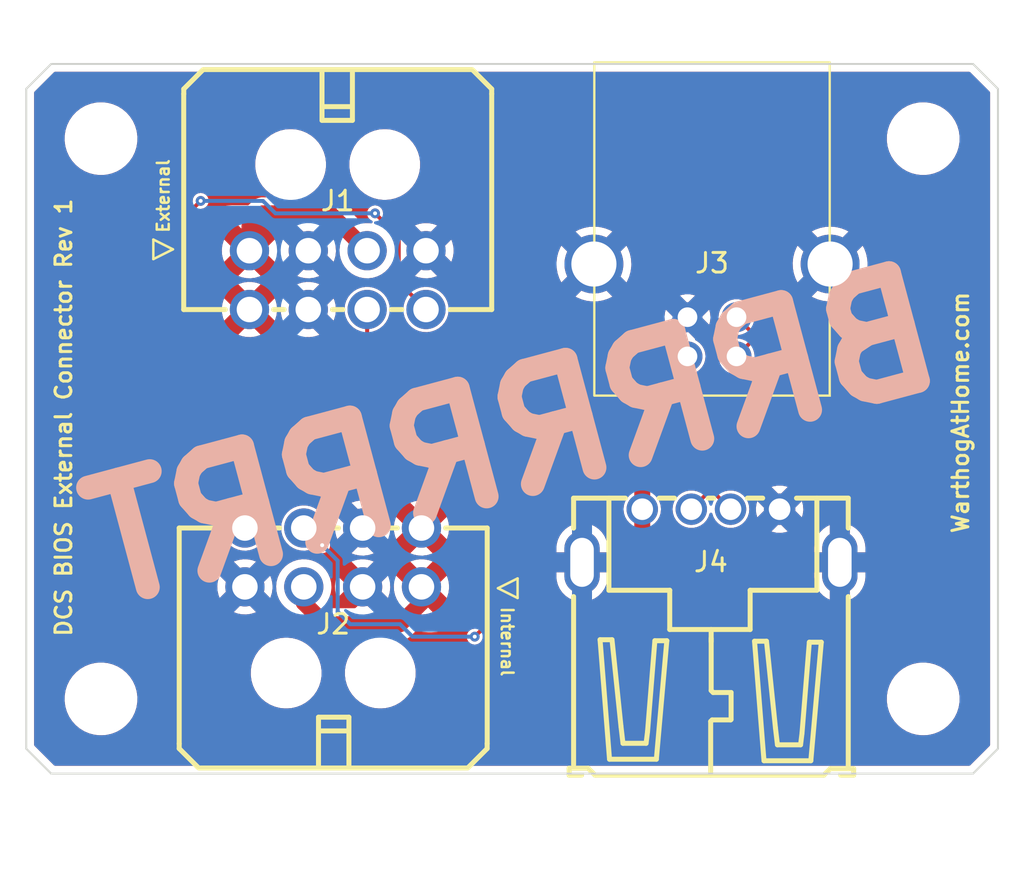
<source format=kicad_pcb>
(kicad_pcb (version 20211014) (generator pcbnew)
  (layers (0 "F.Cu" signal) (31 "B.Cu" signal) (34 "B.Paste" user) (35 "F.Paste" user) (36 "B.SilkS" user "B.Silkscreen") (37 "F.SilkS" user "F.Silkscreen") (38 "B.Mask" user) (39 "F.Mask" user) (44 "Edge.Cuts" user))
  (net 0 "")
  (net 1 "+12V")
  (net 2 "GND")
  (net 3 "RS485-")
  (net 4 "RS485+")
  (net 5 "VBUS")
  (net 6 "D-")
  (net 7 "D+")
  (footprint "MountingHole:MountingHole_3.2mm_M3" (layer "F.Cu") (at 211.455 123.19)
    (fp_text reference "H4" hide)
    (fp_text value "MountingHole")
    (pad "" np_thru_hole circle (at 0 0) (size 3.2 3.2) (drill 3.2) (layers *.Cu *.Mask))
  )
  (footprint "A10 KiCad Libraries:USB-A-TH_USB-302-T" (layer "F.Cu") (at 200.66 120.015)
    (fp_text reference "J4" (at -0.025413 -3.81) (layer "F.SilkS"))
    (fp_text value "USB_A")
    (fp_line (start -7.251727 7.065519) (end -6.616726 7.065519) (layer "F.SilkS") (width 0.254001))
    (fp_line (start 5.374613 -2.365519) (end 5.374613 -7.065519) (layer "F.SilkS") (width 0.254001))
    (fp_line (start 6.057874 6.735293) (end 7.251727 6.735293) (layer "F.SilkS") (width 0.254001))
    (fp_line (start -5.930925 7.065519) (end 5.727724 7.065519) (layer "F.SilkS") (width 0.254001))
    (fp_line (start 6.974613 -2.044107) (end 6.974613 6.735293) (layer "F.SilkS") (width 0.254001))
    (fp_line (start -2.125413 -2.365519) (end -2.125413 -0.365519) (layer "F.SilkS") (width 0.254001))
    (fp_line (start -7.251727 6.709893) (end -6.286525 6.709893) (layer "F.SilkS") (width 0.254001))
    (fp_line (start -7.025438 -5.536106) (end -7.025438 -7.065519) (layer "F.SilkS") (width 0.254001))
    (fp_line (start 1.974587 -2.365519) (end 5.374613 -2.365519) (layer "F.SilkS") (width 0.254001))
    (fp_line (start 3.365494 5.516091) (end 3.263868 4.652515) (layer "F.SilkS") (width 0.254001))
    (fp_line (start 5.067297 6.328893) (end 5.600724 0.283655) (layer "F.SilkS") (width 0.254001))
    (fp_line (start 0.977864 4.246088) (end 0.038087 4.246088) (layer "F.SilkS") (width 0.254001))
    (fp_line (start -6.286525 6.709893) (end -5.930925 7.065519) (layer "F.SilkS") (width 0.254001))
    (fp_line (start -2.882918 0.207506) (end -3.256299 4.845555) (layer "F.SilkS") (width 0.254001))
    (fp_line (start -4.508522 5.439891) (end -4.610147 4.576289) (layer "F.SilkS") (width 0.254001))
    (fp_line (start -3.256299 4.845555) (end -3.329985 5.439891) (layer "F.SilkS") (width 0.254001))
    (fp_line (start -2.806718 6.252667) (end -2.273292 0.207506) (layer "F.SilkS") (width 0.254001))
    (fp_line (start -7.025438 -7.065519) (end -4.386982 -7.065519) (layer "F.SilkS") (width 0.254001))
    (fp_line (start -0.012713 0.261532) (end -0.012713 -0.365519) (layer "F.SilkS") (width 0.254001))
    (fp_line (start -5.067297 0.156655) (end -5.676924 0.156655) (layer "F.SilkS") (width 0.254001))
    (fp_line (start -5.676924 0.156655) (end -5.194298 6.252667) (layer "F.SilkS") (width 0.254001))
    (fp_line (start 1.974587 -0.365519) (end 1.974587 -2.365519) (layer "F.SilkS") (width 0.254001))
    (fp_line (start 5.727724 7.065519) (end 6.057874 6.735293) (layer "F.SilkS") (width 0.254001))
    (fp_line (start -0.012713 2.747511) (end 0.088862 2.849086) (layer "F.SilkS") (width 0.254001))
    (fp_line (start 1.003289 2.849086) (end 1.003289 4.220663) (layer "F.SilkS") (width 0.254001))
    (fp_line (start 4.336411 -7.065519) (end 6.974613 -7.065519) (layer "F.SilkS") (width 0.254001))
    (fp_line (start -7.249187 7.065519) (end -7.251727 6.709893) (layer "F.SilkS") (width 0.254001))
    (fp_line (start 2.679718 6.328893) (end 5.067297 6.328893) (layer "F.SilkS") (width 0.254001))
    (fp_line (start 0.038087 4.246088) (end -0.038138 4.322289) (layer "F.SilkS") (width 0.254001))
    (fp_line (start 0.088862 2.849086) (end 1.003289 2.849086) (layer "F.SilkS") (width 0.254001))
    (fp_line (start -5.225438 -7.065519) (end -5.225438 -2.365519) (layer "F.SilkS") (width 0.254001))
    (fp_line (start 1.003289 4.220663) (end 0.977864 4.246088) (layer "F.SilkS") (width 0.254001))
    (fp_line (start 4.991097 0.283655) (end 4.617717 4.921704) (layer "F.SilkS") (width 0.254001))
    (fp_line (start -0.038138 4.322289) (end -0.038138 7.065519) (layer "F.SilkS") (width 0.254001))
    (fp_line (start 5.600724 0.283655) (end 4.991097 0.283655) (layer "F.SilkS") (width 0.254001))
    (fp_line (start -0.012713 0.080505) (end -0.012713 2.747511) (layer "F.SilkS") (width 0.254001))
    (fp_line (start 2.197092 0.23288) (end 2.679718 6.328893) (layer "F.SilkS") (width 0.254001))
    (fp_line (start -5.194298 6.252667) (end -2.806718 6.252667) (layer "F.SilkS") (width 0.254001))
    (fp_line (start -0.163716 -7.065519) (end 0.112891 -7.065519) (layer "F.SilkS") (width 0.254001))
    (fp_line (start 3.263868 4.652515) (end 2.806718 0.23288) (layer "F.SilkS") (width 0.254001))
    (fp_line (start 7.251727 7.065519) (end 6.5913 7.065519) (layer "F.SilkS") (width 0.254001))
    (fp_line (start 6.974613 -7.065519) (end 6.974613 -5.536106) (layer "F.SilkS") (width 0.254001))
    (fp_line (start -4.610147 4.576289) (end -5.067297 0.156655) (layer "F.SilkS") (width 0.254001))
    (fp_line (start -2.125413 -0.365519) (end 1.974587 -0.365519) (layer "F.SilkS") (width 0.254001))
    (fp_line (start 1.836284 -7.065519) (end 2.613018 -7.065519) (layer "F.SilkS") (width 0.254001))
    (fp_line (start -2.663589 -7.065519) (end -1.887109 -7.065519) (layer "F.SilkS") (width 0.254001))
    (fp_line (start 4.544031 5.516091) (end 3.365494 5.516091) (layer "F.SilkS") (width 0.254001))
    (fp_line (start 7.251727 6.735293) (end 7.251727 7.065519) (layer "F.SilkS") (width 0.254001))
    (fp_line (start 4.617717 4.921704) (end 4.544031 5.516091) (layer "F.SilkS") (width 0.254001))
    (fp_line (start -7.025438 6.534506) (end -7.025438 -2.044107) (layer "F.SilkS") (width 0.254001))
    (fp_line (start -5.225438 -2.365519) (end -2.125413 -2.365519) (layer "F.SilkS") (width 0.254001))
    (fp_line (start -2.273292 0.207506) (end -2.882918 0.207506) (layer "F.SilkS") (width 0.254001))
    (fp_line (start 2.806718 0.23288) (end 2.197092 0.23288) (layer "F.SilkS") (width 0.254001))
    (fp_line (start -3.329985 5.439891) (end -4.508522 5.439891) (layer "F.SilkS") (width 0.254001))
    (fp_circle (center -7.062751 -7.025565) (end -7.032779 -7.025565) (layer "F.SilkS") (width 0.059995) (fill none))
    (pad "1" thru_hole circle (at -3.525286 -6.500038) (size 1.6 1.6) (drill 1.100025) (layers *.Cu *.Mask) (net 5 "VBUS"))
    (pad "2" thru_hole circle (at -1.025413 -6.500038) (size 1.6 1.6) (drill 1.100025) (layers *.Cu *.Mask) (net 6 "D-"))
    (pad "3" thru_hole circle (at 0.974587 -6.500038) (size 1.6 1.6) (drill 1.100025) (layers *.Cu *.Mask) (net 7 "D+"))
    (pad "4" thru_hole circle (at 3.474714 -6.500038) (size 1.6 1.6) (drill 1.100025) (layers *.Cu *.Mask) (net 2 "GND"))
    (pad "5" thru_hole oval (at -6.59539 -3.790107 90) (size 3.2 1.8) (drill oval 2.499873 1.199898) (layers *.Cu *.Mask) (net 2 "GND"))
    (pad "5" thru_hole oval (at 6.544564 -3.790107 270) (size 3.2 1.8) (drill oval 2.499873 1.199898) (layers *.Cu *.Mask) (net 2 "GND"))
  )
  (footprint "MountingHole:MountingHole_3.2mm_M3" (layer "F.Cu") (at 211.455 94.615)
    (fp_text reference "H2" hide)
    (fp_text value "MountingHole")
    (pad "" np_thru_hole circle (at 0 0) (size 3.2 3.2) (drill 3.2) (layers *.Cu *.Mask))
  )
  (footprint "MountingHole:MountingHole_3.2mm_M3" (layer "F.Cu") (at 169.545 94.615)
    (fp_text reference "H1" hide)
    (fp_text value "MountingHole")
    (pad "" np_thru_hole circle (at 0 0) (size 3.2 3.2) (drill 3.2) (layers *.Cu *.Mask))
  )
  (footprint "A10 KiCad Libraries:USB-B-TH_67068-8000" (layer "F.Cu") (at 200.689997 103.365836 180)
    (fp_text reference "J3" (at 0 2.400836) (layer "F.SilkS"))
    (fp_text value "USB_B")
    (fp_poly (pts (xy -6 -4.354966) (xy 6 -4.354966) (xy 6 12.645034) (xy -6 12.645034)) (layer "F.SilkS") (width 0.12) (fill none))
    (pad "1" thru_hole circle (at 1.249936 -2.354966 180) (size 1.524003 1.524003) (drill 1) (layers *.Cu *.Mask) (net 5 "VBUS"))
    (pad "2" thru_hole circle (at -1.249936 -2.354966 180) (size 1.524003 1.524003) (drill 1) (layers *.Cu *.Mask) (net 6 "D-"))
    (pad "3" thru_hole circle (at -1.249936 -0.354966 180) (size 1.524003 1.524003) (drill 1) (layers *.Cu *.Mask) (net 7 "D+"))
    (pad "4" thru_hole circle (at 1.249936 -0.354966 180) (size 1.524003 1.524003) (drill 1) (layers *.Cu *.Mask) (net 2 "GND"))
    (pad "5" thru_hole circle (at 6.020066 2.354966 180) (size 3 3) (drill 2.300025) (layers *.Cu *.Mask) (net 2 "GND"))
    (pad "5" thru_hole circle (at -6.020066 2.354966 180) (size 3 3) (drill 2.300025) (layers *.Cu *.Mask) (net 2 "GND"))
  )
  (footprint "MountingHole:MountingHole_3.2mm_M3" (layer "F.Cu") (at 169.545 123.19)
    (fp_text reference "H3" hide)
    (fp_text value "MountingHole")
    (pad "" np_thru_hole circle (at 0 0) (size 3.2 3.2) (drill 3.2) (layers *.Cu *.Mask))
  )
  (footprint "A10 KiCad Libraries:Molex Micro-Fit 3.0 43045-0800" (layer "F.Cu") (at 181.61 100.33 180)
    (fp_text reference "J1" (at 0 2.54) (layer "F.SilkS"))
    (fp_text value "Conn_02x04_Top_Bottom")
    (fp_line (start -7.849886 8.24765) (end -6.899924 9.197612) (layer "F.SilkS") (width 0.254001))
    (fp_line (start -0.700025 7.347726) (end 0.750064 7.347726) (layer "F.SilkS") (width 0.254001))
    (fp_line (start -3.269749 -3.002286) (end -2.732283 -3.002286) (layer "F.SilkS") (width 0.254001))
    (fp_line (start 7.849886 -3.002286) (end 7.849886 7.997714) (layer "F.SilkS") (width 0.254001))
    (fp_line (start 9.398 0.569729) (end 8.398 0.069729) (layer "F.SilkS") (width 0.127))
    (fp_line (start -7.849886 7.997714) (end -7.849886 -3.002286) (layer "F.SilkS") (width 0.254001))
    (fp_line (start 7.847092 7.996952) (end 7.847092 8.246888) (layer "F.SilkS") (width 0.254001))
    (fp_line (start 5.729489 -3.002286) (end 7.849886 -3.002286) (layer "F.SilkS") (width 0.254001))
    (fp_line (start -7.849886 -3.002286) (end -5.732029 -3.002286) (layer "F.SilkS") (width 0.254001))
    (fp_line (start -0.750064 6.647701) (end -0.750064 9.197612) (layer "F.SilkS") (width 0.254001))
    (fp_line (start 0.800102 6.647701) (end 0.800102 9.197612) (layer "F.SilkS") (width 0.254001))
    (fp_line (start -6.849886 9.237744) (end 6.849886 9.237744) (layer "F.SilkS") (width 0.254001))
    (fp_line (start 8.398 0.069729) (end 9.398 -0.430271) (layer "F.SilkS") (width 0.127))
    (fp_line (start 9.398 -0.430271) (end 9.398 0.569729) (layer "F.SilkS") (width 0.127))
    (fp_line (start 7.847092 8.246888) (end 6.897384 9.19685) (layer "F.SilkS") (width 0.254001))
    (fp_line (start -0.270003 -3.002286) (end 0.267463 -3.002286) (layer "F.SilkS") (width 0.254001))
    (fp_line (start -7.849886 7.997714) (end -7.849886 8.24765) (layer "F.SilkS") (width 0.254001))
    (fp_line (start -0.750064 6.647701) (end 0.800102 6.647701) (layer "F.SilkS") (width 0.254001))
    (fp_line (start 2.729743 -3.002286) (end 3.267209 -3.002286) (layer "F.SilkS") (width 0.254001))
    (pad "" np_thru_hole circle (at 2.400305 4.396749 180) (size 3.099822 3.099822) (drill 3.099822) (layers *.Cu *.Mask))
    (pad "" np_thru_hole circle (at -2.397765 4.396749 180) (size 3.099822 3.099822) (drill 3.099822) (layers *.Cu *.Mask))
    (pad "1" thru_hole circle (at 4.498349 0 180) (size 2 2) (drill 1.300025) (layers *.Cu *.Mask) (net 1 "+12V"))
    (pad "2" thru_hole circle (at 1.498603 0 180) (size 2 2) (drill 1.300025) (layers *.Cu *.Mask) (net 2 "GND"))
    (pad "3" thru_hole circle (at -1.501143 0 180) (size 2 2) (drill 1.300025) (layers *.Cu *.Mask) (net 1 "+12V"))
    (pad "4" thru_hole circle (at -4.500889 0 180) (size 2 2) (drill 1.300025) (layers *.Cu *.Mask) (net 2 "GND"))
    (pad "5" thru_hole circle (at 4.498349 -2.999746 180) (size 2 2) (drill 1.300025) (layers *.Cu *.Mask) (net 1 "+12V"))
    (pad "6" thru_hole circle (at 1.498603 -2.999746 180) (size 2 2) (drill 1.300025) (layers *.Cu *.Mask) (net 2 "GND"))
    (pad "7" thru_hole circle (at -1.501143 -2.999746 180) (size 2 2) (drill 1.300025) (layers *.Cu *.Mask) (net 3 "RS485-"))
    (pad "8" thru_hole circle (at -4.500889 -2.999746 180) (size 2 2) (drill 1.300025) (layers *.Cu *.Mask) (net 4 "RS485+"))
  )
  (footprint "A10 KiCad Libraries:Molex Micro-Fit 3.0 43045-0800" (layer "F.Cu") (at 181.381397 117.475)
    (fp_text reference "J2" (at 0 1.905) (layer "F.SilkS"))
    (fp_text value "Conn_02x04_Top_Bottom")
    (fp_line (start -3.269749 -3.002286) (end -2.732283 -3.002286) (layer "F.SilkS") (width 0.254001))
    (fp_line (start 9.398 -0.430271) (end 9.398 0.569729) (layer "F.SilkS") (width 0.127))
    (fp_line (start -7.849886 7.997714) (end -7.849886 8.24765) (layer "F.SilkS") (width 0.254001))
    (fp_line (start 7.849886 -3.002286) (end 7.849886 7.997714) (layer "F.SilkS") (width 0.254001))
    (fp_line (start 2.729743 -3.002286) (end 3.267209 -3.002286) (layer "F.SilkS") (width 0.254001))
    (fp_line (start -7.849886 7.997714) (end -7.849886 -3.002286) (layer "F.SilkS") (width 0.254001))
    (fp_line (start -7.849886 -3.002286) (end -5.732029 -3.002286) (layer "F.SilkS") (width 0.254001))
    (fp_line (start -0.270003 -3.002286) (end 0.267463 -3.002286) (layer "F.SilkS") (width 0.254001))
    (fp_line (start -6.849886 9.237744) (end 6.849886 9.237744) (layer "F.SilkS") (width 0.254001))
    (fp_line (start 7.847092 7.996952) (end 7.847092 8.246888) (layer "F.SilkS") (width 0.254001))
    (fp_line (start 0.800102 6.647701) (end 0.800102 9.197612) (layer "F.SilkS") (width 0.254001))
    (fp_line (start 8.398 0.069729) (end 9.398 -0.430271) (layer "F.SilkS") (width 0.127))
    (fp_line (start 9.398 0.569729) (end 8.398 0.069729) (layer "F.SilkS") (width 0.127))
    (fp_line (start 7.847092 8.246888) (end 6.897384 9.19685) (layer "F.SilkS") (width 0.254001))
    (fp_line (start -0.750064 6.647701) (end -0.750064 9.197612) (layer "F.SilkS") (width 0.254001))
    (fp_line (start -0.750064 6.647701) (end 0.800102 6.647701) (layer "F.SilkS") (width 0.254001))
    (fp_line (start -0.700025 7.347726) (end 0.750064 7.347726) (layer "F.SilkS") (width 0.254001))
    (fp_line (start 5.729489 -3.002286) (end 7.849886 -3.002286) (layer "F.SilkS") (width 0.254001))
    (fp_line (start -7.849886 8.24765) (end -6.899924 9.197612) (layer "F.SilkS") (width 0.254001))
    (pad "" np_thru_hole circle (at -2.397765 4.396749) (size 3.099822 3.099822) (drill 3.099822) (layers *.Cu *.Mask))
    (pad "" np_thru_hole circle (at 2.400305 4.396749) (size 3.099822 3.099822) (drill 3.099822) (layers *.Cu *.Mask))
    (pad "1" thru_hole circle (at 4.498349 0) (size 2 2) (drill 1.300025) (layers *.Cu *.Mask) (net 1 "+12V"))
    (pad "2" thru_hole circle (at 1.498603 0) (size 2 2) (drill 1.300025) (layers *.Cu *.Mask) (net 2 "GND"))
    (pad "3" thru_hole circle (at -1.501143 0) (size 2 2) (drill 1.300025) (layers *.Cu *.Mask) (net 1 "+12V"))
    (pad "4" thru_hole circle (at -4.500889 0) (size 2 2) (drill 1.300025) (layers *.Cu *.Mask) (net 2 "GND"))
    (pad "5" thru_hole circle (at 4.498349 -2.999746) (size 2 2) (drill 1.300025) (layers *.Cu *.Mask) (net 1 "+12V"))
    (pad "6" thru_hole circle (at 1.498603 -2.999746) (size 2 2) (drill 1.300025) (layers *.Cu *.Mask) (net 2 "GND"))
    (pad "7" thru_hole circle (at -1.501143 -2.999746) (size 2 2) (drill 1.300025) (layers *.Cu *.Mask) (net 3 "RS485-"))
    (pad "8" thru_hole circle (at -4.500889 -2.999746) (size 2 2) (drill 1.300025) (layers *.Cu *.Mask) (net 4 "RS485+"))
  )
  (gr_line (start 213.995 127) (end 167.005 127) (layer "Edge.Cuts") (width 0.1))
  (gr_line (start 167.005 127) (end 165.735 125.73) (layer "Edge.Cuts") (width 0.1))
  (gr_line (start 215.265 92.075) (end 215.265 125.73) (layer "Edge.Cuts") (width 0.1))
  (gr_line (start 165.735 125.73) (end 165.735 92.075) (layer "Edge.Cuts") (width 0.1))
  (gr_line (start 213.995 90.805) (end 215.265 92.075) (layer "Edge.Cuts") (width 0.1))
  (gr_line (start 167.005 90.805) (end 213.995 90.805) (layer "Edge.Cuts") (width 0.1))
  (gr_line (start 165.735 92.075) (end 167.005 90.805) (layer "Edge.Cuts") (width 0.1))
  (gr_line (start 215.265 125.73) (end 213.995 127) (layer "Edge.Cuts") (width 0.1))
  (gr_text "BRRRRRRT" (at 190.5 109.855 15) (layer "B.SilkS") (effects (font (size 5.6896 5.6896) (thickness 1.2192)) (justify mirror)))
  (gr_text "External" (at 172.72 97.536 90) (layer "F.SilkS") (effects (font (size 0.6096 0.6096) (thickness 0.127))))
  (gr_text "DCS BIOS External Connector Rev 1" (at 167.64 108.839 90) (layer "F.SilkS") (effects (font (size 0.8128 0.8128) (thickness 0.1524))))
  (gr_text "WarthogAtHome.com" (at 213.36 108.585 90) (layer "F.SilkS") (effects (font (size 0.8128 0.8128) (thickness 0.1524))))
  (gr_text "Internal" (at 190.246 120.269 270) (layer "F.SilkS") (effects (font (size 0.6096 0.6096) (thickness 0.127))))
  (segment (start 183.111143 100.33) (end 181.206143 98.425) (width 0.8128) (layer "F.Cu") (net 1))
  (segment (start 181.206143 98.425) (end 180.975 98.425) (width 0.8128) (layer "F.Cu") (net 1))
  (segment (start 177.111651 100.33) (end 177.111651 99.113349) (width 0.8128) (layer "F.Cu") (net 1))
  (segment (start 177.111651 99.113349) (end 177.8 98.425) (width 0.8128) (layer "F.Cu") (net 1))
  (segment (start 177.8 98.425) (end 180.975 98.425) (width 0.8128) (layer "F.Cu") (net 1))
  (segment (start 184.785 119.38) (end 185.879746 118.285254) (width 0.8128) (layer "F.Cu") (net 1))
  (segment (start 179.880254 118.285254) (end 180.975 119.38) (width 0.8128) (layer "F.Cu") (net 1))
  (segment (start 180.975 119.38) (end 184.785 119.38) (width 0.8128) (layer "F.Cu") (net 1))
  (segment (start 185.879746 118.285254) (end 185.879746 117.475) (width 0.8128) (layer "F.Cu") (net 1))
  (segment (start 179.880254 117.475) (end 179.880254 118.285254) (width 0.8128) (layer "F.Cu") (net 1))
  (segment (start 189.865 118.745) (end 189.865 107.95) (width 0.2032) (layer "F.Cu") (net 3))
  (segment (start 189.865 107.95) (end 188.595 106.68) (width 0.2032) (layer "F.Cu") (net 3))
  (segment (start 180.755145 115.350145) (end 179.880254 114.475254) (width 0.2032) (layer "F.Cu") (net 3))
  (segment (start 188.595 120.015) (end 189.865 118.745) (width 0.2032) (layer "F.Cu") (net 3))
  (segment (start 184.785 106.68) (end 183.111143 105.006143) (width 0.2032) (layer "F.Cu") (net 3))
  (segment (start 180.818021 115.350145) (end 180.755145 115.350145) (width 0.2032) (layer "F.Cu") (net 3))
  (segment (start 188.595 106.68) (end 184.785 106.68) (width 0.2032) (layer "F.Cu") (net 3))
  (segment (start 183.111143 105.006143) (end 183.111143 103.329746) (width 0.2032) (layer "F.Cu") (net 3))
  (via (at 188.595 120.015) (size 0.5) (drill 0.2) (layers "F.Cu" "B.Cu") (net 3))
  (via (at 180.818021 115.350145) (size 0.5) (drill 0.2) (layers "F.Cu" "B.Cu") (net 3))
  (segment (start 182.245 119.38) (end 184.785 119.38) (width 0.2032) (layer "B.Cu") (net 3))
  (segment (start 181.61 118.745) (end 182.245 119.38) (width 0.2032) (layer "B.Cu") (net 3))
  (segment (start 185.42 120.015) (end 188.595 120.015) (width 0.2032) (layer "B.Cu") (net 3))
  (segment (start 180.818021 115.350145) (end 181.61 116.142124) (width 0.2032) (layer "B.Cu") (net 3))
  (segment (start 181.61 116.142124) (end 181.61 118.745) (width 0.2032) (layer "B.Cu") (net 3))
  (segment (start 184.785 119.38) (end 185.42 120.015) (width 0.2032) (layer "B.Cu") (net 3))
  (segment (start 184.723659 101.942516) (end 184.723659 99.633659) (width 0.2) (layer "F.Cu") (net 4))
  (segment (start 174.625 97.79) (end 173.355 99.06) (width 0.2) (layer "F.Cu") (net 4))
  (segment (start 186.110889 103.329746) (end 184.723659 101.942516) (width 0.2) (layer "F.Cu") (net 4))
  (segment (start 174.800254 114.475254) (end 176.880508 114.475254) (width 0.2) (layer "F.Cu") (net 4))
  (segment (start 184.723659 99.633659) (end 183.515 98.425) (width 0.2) (layer "F.Cu") (net 4))
  (segment (start 173.355 113.03) (end 174.800254 114.475254) (width 0.2) (layer "F.Cu") (net 4))
  (segment (start 173.355 99.06) (end 173.355 113.03) (width 0.2) (layer "F.Cu") (net 4))
  (via (at 183.515 98.425) (size 0.5) (drill 0.2) (layers "F.Cu" "B.Cu") (net 4))
  (via (at 174.625 97.79) (size 0.5) (drill 0.2) (layers "F.Cu" "B.Cu") (net 4))
  (segment (start 177.8 97.79) (end 174.625 97.79) (width 0.2) (layer "B.Cu") (net 4))
  (segment (start 183.515 98.425) (end 178.435 98.425) (width 0.2) (layer "B.Cu") (net 4))
  (segment (start 178.435 98.425) (end 177.8 97.79) (width 0.2) (layer "B.Cu") (net 4))
  (segment (start 197.134714 114.374262) (end 197.134714 108.026149) (width 0.8128) (layer "F.Cu") (net 5))
  (segment (start 197.134714 108.026149) (end 199.440061 105.720802) (width 0.8128) (layer "F.Cu") (net 5))
  (segment (start 200.435 112.714549) (end 200.435 111.8911) (width 0.2) (layer "F.Cu") (net 6))
  (segment (start 204.88 106.3625) (end 204.88 107.4461) (width 0.2) (layer "F.Cu") (net 6))
  (segment (start 200.435 111.8911) (end 202.827371 109.498728) (width 0.2) (layer "F.Cu") (net 6))
  (segment (start 199.634587 113.514962) (end 200.435 112.714549) (width 0.2) (layer "F.Cu") (net 6))
  (segment (start 201.939933 105.720802) (end 202.714932 104.945803) (width 0.2) (layer "F.Cu") (net 6))
  (segment (start 204.88 107.4461) (end 203.6759 108.6502) (width 0.2) (layer "F.Cu") (net 6))
  (segment (start 202.714932 104.945803) (end 203.463303 104.945803) (width 0.2) (layer "F.Cu") (net 6))
  (segment (start 203.463303 104.945803) (end 204.88 106.3625) (width 0.2) (layer "F.Cu") (net 6))
  (arc (start 202.82737 109.074463) (mid 202.915238 109.286595) (end 202.82737 109.498727) (width 0.2) (layer "F.Cu") (net 6))
  (arc (start 203.234465 108.639445) (mid 203.022333 108.551577) (end 202.810201 108.639445) (width 0.2) (layer "F.Cu") (net 6))
  (arc (start 203.6759 108.6502) (mid 203.463767 108.738068) (end 203.251634 108.6502) (width 0.2) (layer "F.Cu") (net 6))
  (arc (start 202.810201 108.639445) (mid 202.722333 108.851577) (end 202.810201 109.063709) (width 0.2) (layer "F.Cu") (net 6))
  (segment (start 205.33 107.6325) (end 205.33 106.1761) (width 0.2) (layer "F.Cu") (net 7))
  (segment (start 203.649701 104.495801) (end 202.714932 104.495801) (width 0.2) (layer "F.Cu") (net 7))
  (segment (start 200.885 112.0775) (end 205.33 107.6325) (width 0.2) (layer "F.Cu") (net 7))
  (segment (start 200.885 112.765375) (end 200.885 112.0775) (width 0.2) (layer "F.Cu") (net 7))
  (segment (start 201.634587 113.514962) (end 200.885 112.765375) (width 0.2) (layer "F.Cu") (net 7))
  (segment (start 205.33 106.1761) (end 203.649701 104.495801) (width 0.2) (layer "F.Cu") (net 7))
  (segment (start 202.714932 104.495801) (end 201.939933 103.720802) (width 0.2) (layer "F.Cu") (net 7))
  (zone (net 1) (net_name "+12V") (layer "F.Cu") (priority 10) (connect_pads (clearance 0.1524)) (min_thickness 0.1524) (fill yes (thermal_gap 0.4064) (thermal_bridge_width 1.016) (smoothing fillet) (radius 1.6256))
    (polygon (pts (xy 178.816 104.521) (xy 187.96 111.125) (xy 187.96 119.38) (xy 184.785 119.38) (xy 184.15 113.284) (xy 174.625 106.68) (xy 174.625 98.425) (xy 178.435 98.425)))
  )
  (zone (net 2) (net_name "GND") (layers F&B.Cu) (connect_pads (clearance 0.1524)) (min_thickness 0.1524) (fill yes (thermal_gap 0.4064) (thermal_bridge_width 1.016) (smoothing fillet) (radius 0.8128))
    (polygon (pts (xy 215.9 127.635) (xy 165.1 127.635) (xy 165.1 90.17) (xy 215.9 90.17)))
  )
)
</source>
